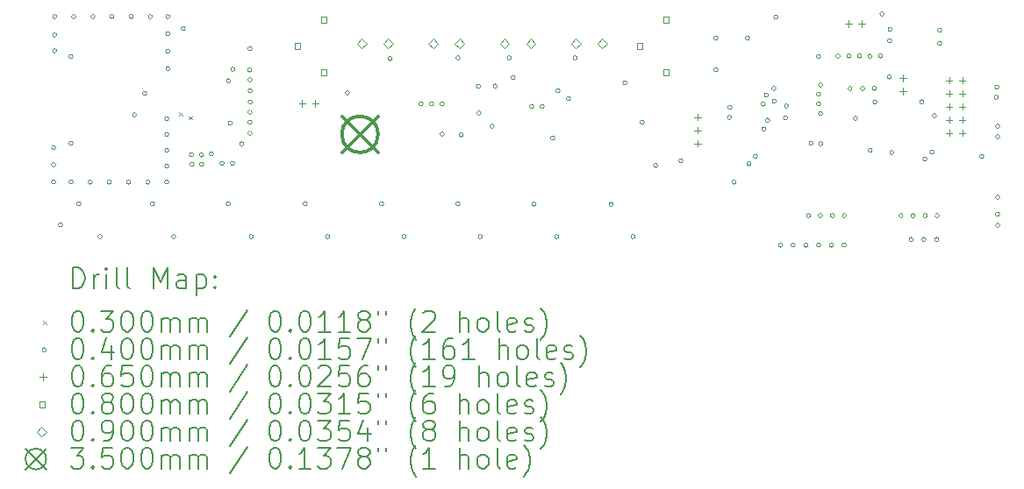
<source format=gbr>
%TF.GenerationSoftware,KiCad,Pcbnew,6.0.9-8da3e8f707~117~ubuntu20.04.1*%
%TF.CreationDate,2023-01-01T11:51:09-08:00*%
%TF.ProjectId,BoardyMcBoardFace,426f6172-6479-44d6-9342-6f6172644661,rev?*%
%TF.SameCoordinates,Original*%
%TF.FileFunction,Drillmap*%
%TF.FilePolarity,Positive*%
%FSLAX45Y45*%
G04 Gerber Fmt 4.5, Leading zero omitted, Abs format (unit mm)*
G04 Created by KiCad (PCBNEW 6.0.9-8da3e8f707~117~ubuntu20.04.1) date 2023-01-01 11:51:09*
%MOMM*%
%LPD*%
G01*
G04 APERTURE LIST*
%ADD10C,0.200000*%
%ADD11C,0.030000*%
%ADD12C,0.040000*%
%ADD13C,0.065000*%
%ADD14C,0.080000*%
%ADD15C,0.090000*%
%ADD16C,0.350000*%
G04 APERTURE END LIST*
D10*
D11*
X12119210Y-10875014D02*
X12149210Y-10905014D01*
X12149210Y-10875014D02*
X12119210Y-10905014D01*
X12211050Y-10915650D02*
X12241050Y-10945650D01*
X12241050Y-10915650D02*
X12211050Y-10945650D01*
D12*
X10926760Y-11216267D02*
G75*
G03*
X10926760Y-11216267I-20000J0D01*
G01*
X10926760Y-11383534D02*
G75*
G03*
X10926760Y-11383534I-20000J0D01*
G01*
X10926760Y-11550802D02*
G75*
G03*
X10926760Y-11550802I-20000J0D01*
G01*
X10936920Y-9951720D02*
G75*
G03*
X10936920Y-9951720I-20000J0D01*
G01*
X10936920Y-10129520D02*
G75*
G03*
X10936920Y-10129520I-20000J0D01*
G01*
X10936920Y-10281920D02*
G75*
G03*
X10936920Y-10281920I-20000J0D01*
G01*
X10992800Y-11963400D02*
G75*
G03*
X10992800Y-11963400I-20000J0D01*
G01*
X11094400Y-10337800D02*
G75*
G03*
X11094400Y-10337800I-20000J0D01*
G01*
X11094400Y-11176000D02*
G75*
G03*
X11094400Y-11176000I-20000J0D01*
G01*
X11096094Y-11550802D02*
G75*
G03*
X11096094Y-11550802I-20000J0D01*
G01*
X11121493Y-9951720D02*
G75*
G03*
X11121493Y-9951720I-20000J0D01*
G01*
X11170600Y-11760200D02*
G75*
G03*
X11170600Y-11760200I-20000J0D01*
G01*
X11280667Y-11550802D02*
G75*
G03*
X11280667Y-11550802I-20000J0D01*
G01*
X11306067Y-9951720D02*
G75*
G03*
X11306067Y-9951720I-20000J0D01*
G01*
X11373800Y-12077700D02*
G75*
G03*
X11373800Y-12077700I-20000J0D01*
G01*
X11465240Y-11550802D02*
G75*
G03*
X11465240Y-11550802I-20000J0D01*
G01*
X11490640Y-9951720D02*
G75*
G03*
X11490640Y-9951720I-20000J0D01*
G01*
X11649813Y-11550802D02*
G75*
G03*
X11649813Y-11550802I-20000J0D01*
G01*
X11675213Y-9951720D02*
G75*
G03*
X11675213Y-9951720I-20000J0D01*
G01*
X11707510Y-10900710D02*
G75*
G03*
X11707510Y-10900710I-20000J0D01*
G01*
X11805600Y-10693400D02*
G75*
G03*
X11805600Y-10693400I-20000J0D01*
G01*
X11834387Y-11550802D02*
G75*
G03*
X11834387Y-11550802I-20000J0D01*
G01*
X11859786Y-9951720D02*
G75*
G03*
X11859786Y-9951720I-20000J0D01*
G01*
X11881800Y-11760200D02*
G75*
G03*
X11881800Y-11760200I-20000J0D01*
G01*
X12018960Y-10937240D02*
G75*
G03*
X12018960Y-10937240I-20000J0D01*
G01*
X12018960Y-11090630D02*
G75*
G03*
X12018960Y-11090630I-20000J0D01*
G01*
X12018960Y-11244021D02*
G75*
G03*
X12018960Y-11244021I-20000J0D01*
G01*
X12018960Y-11397411D02*
G75*
G03*
X12018960Y-11397411I-20000J0D01*
G01*
X12018960Y-11550802D02*
G75*
G03*
X12018960Y-11550802I-20000J0D01*
G01*
X12029120Y-9951720D02*
G75*
G03*
X12029120Y-9951720I-20000J0D01*
G01*
X12029120Y-10118987D02*
G75*
G03*
X12029120Y-10118987I-20000J0D01*
G01*
X12029120Y-10286254D02*
G75*
G03*
X12029120Y-10286254I-20000J0D01*
G01*
X12029120Y-10453522D02*
G75*
G03*
X12029120Y-10453522I-20000J0D01*
G01*
X12085000Y-12077700D02*
G75*
G03*
X12085000Y-12077700I-20000J0D01*
G01*
X12178180Y-10066820D02*
G75*
G03*
X12178180Y-10066820I-20000J0D01*
G01*
X12257661Y-11286692D02*
G75*
G03*
X12257661Y-11286692I-20000J0D01*
G01*
X12262800Y-11379200D02*
G75*
G03*
X12262800Y-11379200I-20000J0D01*
G01*
X12354240Y-11287760D02*
G75*
G03*
X12354240Y-11287760I-20000J0D01*
G01*
X12354240Y-11379200D02*
G75*
G03*
X12354240Y-11379200I-20000J0D01*
G01*
X12449700Y-11278660D02*
G75*
G03*
X12449700Y-11278660I-20000J0D01*
G01*
X12551560Y-11368240D02*
G75*
G03*
X12551560Y-11368240I-20000J0D01*
G01*
X12613320Y-10571480D02*
G75*
G03*
X12613320Y-10571480I-20000J0D01*
G01*
X12613320Y-11760200D02*
G75*
G03*
X12613320Y-11760200I-20000J0D01*
G01*
X12631100Y-10980420D02*
G75*
G03*
X12631100Y-10980420I-20000J0D01*
G01*
X12653160Y-11368240D02*
G75*
G03*
X12653160Y-11368240I-20000J0D01*
G01*
X12655985Y-10460766D02*
G75*
G03*
X12655985Y-10460766I-20000J0D01*
G01*
X12742410Y-11183170D02*
G75*
G03*
X12742410Y-11183170I-20000J0D01*
G01*
X12818876Y-10468710D02*
G75*
G03*
X12818876Y-10468710I-20000J0D01*
G01*
X12821600Y-10261600D02*
G75*
G03*
X12821600Y-10261600I-20000J0D01*
G01*
X12821600Y-10561320D02*
G75*
G03*
X12821600Y-10561320I-20000J0D01*
G01*
X12821600Y-10876280D02*
G75*
G03*
X12821600Y-10876280I-20000J0D01*
G01*
X12821600Y-10972800D02*
G75*
G03*
X12821600Y-10972800I-20000J0D01*
G01*
X12821600Y-11079480D02*
G75*
G03*
X12821600Y-11079480I-20000J0D01*
G01*
X12823861Y-10669183D02*
G75*
G03*
X12823861Y-10669183I-20000J0D01*
G01*
X12824670Y-10775839D02*
G75*
G03*
X12824670Y-10775839I-20000J0D01*
G01*
X12834300Y-12077700D02*
G75*
G03*
X12834300Y-12077700I-20000J0D01*
G01*
X13355000Y-11760200D02*
G75*
G03*
X13355000Y-11760200I-20000J0D01*
G01*
X13570900Y-12077700D02*
G75*
G03*
X13570900Y-12077700I-20000J0D01*
G01*
X13761400Y-10688320D02*
G75*
G03*
X13761400Y-10688320I-20000J0D01*
G01*
X14091600Y-11760200D02*
G75*
G03*
X14091600Y-11760200I-20000J0D01*
G01*
X14174150Y-10356850D02*
G75*
G03*
X14174150Y-10356850I-20000J0D01*
G01*
X14307500Y-12077700D02*
G75*
G03*
X14307500Y-12077700I-20000J0D01*
G01*
X14472600Y-10795000D02*
G75*
G03*
X14472600Y-10795000I-20000J0D01*
G01*
X14574200Y-10795000D02*
G75*
G03*
X14574200Y-10795000I-20000J0D01*
G01*
X14675800Y-10795000D02*
G75*
G03*
X14675800Y-10795000I-20000J0D01*
G01*
X14675800Y-11087100D02*
G75*
G03*
X14675800Y-11087100I-20000J0D01*
G01*
X14828200Y-10350500D02*
G75*
G03*
X14828200Y-10350500I-20000J0D01*
G01*
X14828200Y-11760200D02*
G75*
G03*
X14828200Y-11760200I-20000J0D01*
G01*
X14858680Y-11094720D02*
G75*
G03*
X14858680Y-11094720I-20000J0D01*
G01*
X15026320Y-10627360D02*
G75*
G03*
X15026320Y-10627360I-20000J0D01*
G01*
X15031400Y-10883900D02*
G75*
G03*
X15031400Y-10883900I-20000J0D01*
G01*
X15044100Y-12077700D02*
G75*
G03*
X15044100Y-12077700I-20000J0D01*
G01*
X15158400Y-11010900D02*
G75*
G03*
X15158400Y-11010900I-20000J0D01*
G01*
X15187863Y-10623297D02*
G75*
G03*
X15187863Y-10623297I-20000J0D01*
G01*
X15323500Y-10350500D02*
G75*
G03*
X15323500Y-10350500I-20000J0D01*
G01*
X15361600Y-10541000D02*
G75*
G03*
X15361600Y-10541000I-20000J0D01*
G01*
X15539400Y-10820400D02*
G75*
G03*
X15539400Y-10820400I-20000J0D01*
G01*
X15562260Y-11762740D02*
G75*
G03*
X15562260Y-11762740I-20000J0D01*
G01*
X15641000Y-10820400D02*
G75*
G03*
X15641000Y-10820400I-20000J0D01*
G01*
X15742600Y-11125200D02*
G75*
G03*
X15742600Y-11125200I-20000J0D01*
G01*
X15780700Y-12077700D02*
G75*
G03*
X15780700Y-12077700I-20000J0D01*
G01*
X15793400Y-10668000D02*
G75*
G03*
X15793400Y-10668000I-20000J0D01*
G01*
X15895000Y-10744200D02*
G75*
G03*
X15895000Y-10744200I-20000J0D01*
G01*
X15958500Y-10350500D02*
G75*
G03*
X15958500Y-10350500I-20000J0D01*
G01*
X16306480Y-11765280D02*
G75*
G03*
X16306480Y-11765280I-20000J0D01*
G01*
X16441100Y-10591800D02*
G75*
G03*
X16441100Y-10591800I-20000J0D01*
G01*
X16517300Y-12077700D02*
G75*
G03*
X16517300Y-12077700I-20000J0D01*
G01*
X16606200Y-10972800D02*
G75*
G03*
X16606200Y-10972800I-20000J0D01*
G01*
X16735740Y-11389970D02*
G75*
G03*
X16735740Y-11389970I-20000J0D01*
G01*
X16979580Y-11343640D02*
G75*
G03*
X16979580Y-11343640I-20000J0D01*
G01*
X17317400Y-10158600D02*
G75*
G03*
X17317400Y-10158600I-20000J0D01*
G01*
X17317400Y-10463400D02*
G75*
G03*
X17317400Y-10463400I-20000J0D01*
G01*
X17447965Y-10925565D02*
G75*
G03*
X17447965Y-10925565I-20000J0D01*
G01*
X17451615Y-10829950D02*
G75*
G03*
X17451615Y-10829950I-20000J0D01*
G01*
X17493727Y-11550932D02*
G75*
G03*
X17493727Y-11550932I-20000J0D01*
G01*
X17622200Y-10158600D02*
G75*
G03*
X17622200Y-10158600I-20000J0D01*
G01*
X17637304Y-11372651D02*
G75*
G03*
X17637304Y-11372651I-20000J0D01*
G01*
X17698400Y-11303000D02*
G75*
G03*
X17698400Y-11303000I-20000J0D01*
G01*
X17774311Y-10797098D02*
G75*
G03*
X17774311Y-10797098I-20000J0D01*
G01*
X17779174Y-11038334D02*
G75*
G03*
X17779174Y-11038334I-20000J0D01*
G01*
X17804048Y-10709350D02*
G75*
G03*
X17804048Y-10709350I-20000J0D01*
G01*
X17816403Y-10953493D02*
G75*
G03*
X17816403Y-10953493I-20000J0D01*
G01*
X17876200Y-10645750D02*
G75*
G03*
X17876200Y-10645750I-20000J0D01*
G01*
X17881280Y-10769600D02*
G75*
G03*
X17881280Y-10769600I-20000J0D01*
G01*
X17896520Y-9956800D02*
G75*
G03*
X17896520Y-9956800I-20000J0D01*
G01*
X17939700Y-12160260D02*
G75*
G03*
X17939700Y-12160260I-20000J0D01*
G01*
X17989350Y-10932160D02*
G75*
G03*
X17989350Y-10932160I-20000J0D01*
G01*
X17998120Y-10815320D02*
G75*
G03*
X17998120Y-10815320I-20000J0D01*
G01*
X18062636Y-12160260D02*
G75*
G03*
X18062636Y-12160260I-20000J0D01*
G01*
X18185572Y-12160260D02*
G75*
G03*
X18185572Y-12160260I-20000J0D01*
G01*
X18211480Y-11874500D02*
G75*
G03*
X18211480Y-11874500I-20000J0D01*
G01*
X18236364Y-11174670D02*
G75*
G03*
X18236364Y-11174670I-20000J0D01*
G01*
X18306759Y-10702358D02*
G75*
G03*
X18306759Y-10702358I-20000J0D01*
G01*
X18308000Y-10337800D02*
G75*
G03*
X18308000Y-10337800I-20000J0D01*
G01*
X18308197Y-10794997D02*
G75*
G03*
X18308197Y-10794997I-20000J0D01*
G01*
X18308508Y-12160260D02*
G75*
G03*
X18308508Y-12160260I-20000J0D01*
G01*
X18326627Y-11874500D02*
G75*
G03*
X18326627Y-11874500I-20000J0D01*
G01*
X18327050Y-10890250D02*
G75*
G03*
X18327050Y-10890250I-20000J0D01*
G01*
X18327808Y-10612131D02*
G75*
G03*
X18327808Y-10612131I-20000J0D01*
G01*
X18328826Y-11180574D02*
G75*
G03*
X18328826Y-11180574I-20000J0D01*
G01*
X18431444Y-12160260D02*
G75*
G03*
X18431444Y-12160260I-20000J0D01*
G01*
X18441773Y-11874500D02*
G75*
G03*
X18441773Y-11874500I-20000J0D01*
G01*
X18495960Y-10332720D02*
G75*
G03*
X18495960Y-10332720I-20000J0D01*
G01*
X18554380Y-12160260D02*
G75*
G03*
X18554380Y-12160260I-20000J0D01*
G01*
X18556920Y-11874500D02*
G75*
G03*
X18556920Y-11874500I-20000J0D01*
G01*
X18602640Y-10332720D02*
G75*
G03*
X18602640Y-10332720I-20000J0D01*
G01*
X18612036Y-10646916D02*
G75*
G03*
X18612036Y-10646916I-20000J0D01*
G01*
X18663600Y-10934700D02*
G75*
G03*
X18663600Y-10934700I-20000J0D01*
G01*
X18704240Y-10332720D02*
G75*
G03*
X18704240Y-10332720I-20000J0D01*
G01*
X18732180Y-10647680D02*
G75*
G03*
X18732180Y-10647680I-20000J0D01*
G01*
X18803300Y-10335260D02*
G75*
G03*
X18803300Y-10335260I-20000J0D01*
G01*
X18805840Y-11242650D02*
G75*
G03*
X18805840Y-11242650I-20000J0D01*
G01*
X18846480Y-10645140D02*
G75*
G03*
X18846480Y-10645140I-20000J0D01*
G01*
X18851560Y-10777220D02*
G75*
G03*
X18851560Y-10777220I-20000J0D01*
G01*
X18907440Y-10332720D02*
G75*
G03*
X18907440Y-10332720I-20000J0D01*
G01*
X18920140Y-9926320D02*
G75*
G03*
X18920140Y-9926320I-20000J0D01*
G01*
X18991260Y-10534990D02*
G75*
G03*
X18991260Y-10534990I-20000J0D01*
G01*
X18993800Y-10185400D02*
G75*
G03*
X18993800Y-10185400I-20000J0D01*
G01*
X18998275Y-10075575D02*
G75*
G03*
X18998275Y-10075575I-20000J0D01*
G01*
X19014120Y-11264900D02*
G75*
G03*
X19014120Y-11264900I-20000J0D01*
G01*
X19103020Y-11874500D02*
G75*
G03*
X19103020Y-11874500I-20000J0D01*
G01*
X19201200Y-12104760D02*
G75*
G03*
X19201200Y-12104760I-20000J0D01*
G01*
X19219860Y-11874760D02*
G75*
G03*
X19219860Y-11874760I-20000J0D01*
G01*
X19304728Y-10775728D02*
G75*
G03*
X19304728Y-10775728I-20000J0D01*
G01*
X19324390Y-12104760D02*
G75*
G03*
X19324390Y-12104760I-20000J0D01*
G01*
X19334160Y-11327710D02*
G75*
G03*
X19334160Y-11327710I-20000J0D01*
G01*
X19336700Y-11874500D02*
G75*
G03*
X19336700Y-11874500I-20000J0D01*
G01*
X19402740Y-11262360D02*
G75*
G03*
X19402740Y-11262360I-20000J0D01*
G01*
X19425600Y-10909300D02*
G75*
G03*
X19425600Y-10909300I-20000J0D01*
G01*
X19447580Y-12104760D02*
G75*
G03*
X19447580Y-12104760I-20000J0D01*
G01*
X19453540Y-11874500D02*
G75*
G03*
X19453540Y-11874500I-20000J0D01*
G01*
X19476400Y-10083800D02*
G75*
G03*
X19476400Y-10083800I-20000J0D01*
G01*
X19476400Y-10210800D02*
G75*
G03*
X19476400Y-10210800I-20000J0D01*
G01*
X19882800Y-11303000D02*
G75*
G03*
X19882800Y-11303000I-20000J0D01*
G01*
X20022500Y-10731500D02*
G75*
G03*
X20022500Y-10731500I-20000J0D01*
G01*
X20028374Y-10632976D02*
G75*
G03*
X20028374Y-10632976I-20000J0D01*
G01*
X20035200Y-11010900D02*
G75*
G03*
X20035200Y-11010900I-20000J0D01*
G01*
X20035200Y-11112500D02*
G75*
G03*
X20035200Y-11112500I-20000J0D01*
G01*
X20035200Y-11696700D02*
G75*
G03*
X20035200Y-11696700I-20000J0D01*
G01*
X20035200Y-11861800D02*
G75*
G03*
X20035200Y-11861800I-20000J0D01*
G01*
X20037740Y-11968480D02*
G75*
G03*
X20037740Y-11968480I-20000J0D01*
G01*
D13*
X13305560Y-10759960D02*
X13305560Y-10824960D01*
X13273060Y-10792460D02*
X13338060Y-10792460D01*
X13432560Y-10759960D02*
X13432560Y-10824960D01*
X13400060Y-10792460D02*
X13465060Y-10792460D01*
X17119600Y-10889500D02*
X17119600Y-10954500D01*
X17087100Y-10922000D02*
X17152100Y-10922000D01*
X17119600Y-11016500D02*
X17119600Y-11081500D01*
X17087100Y-11049000D02*
X17152100Y-11049000D01*
X17119600Y-11143500D02*
X17119600Y-11208500D01*
X17087100Y-11176000D02*
X17152100Y-11176000D01*
X18578600Y-9985260D02*
X18578600Y-10050260D01*
X18546100Y-10017760D02*
X18611100Y-10017760D01*
X18705600Y-9985260D02*
X18705600Y-10050260D01*
X18673100Y-10017760D02*
X18738100Y-10017760D01*
X19100800Y-10511040D02*
X19100800Y-10576040D01*
X19068300Y-10543540D02*
X19133300Y-10543540D01*
X19100800Y-10638040D02*
X19100800Y-10703040D01*
X19068300Y-10670540D02*
X19133300Y-10670540D01*
X19547840Y-10533900D02*
X19547840Y-10598900D01*
X19515340Y-10566400D02*
X19580340Y-10566400D01*
X19547840Y-10660900D02*
X19547840Y-10725900D01*
X19515340Y-10693400D02*
X19580340Y-10693400D01*
X19547840Y-10787900D02*
X19547840Y-10852900D01*
X19515340Y-10820400D02*
X19580340Y-10820400D01*
X19547840Y-10914900D02*
X19547840Y-10979900D01*
X19515340Y-10947400D02*
X19580340Y-10947400D01*
X19547840Y-11041900D02*
X19547840Y-11106900D01*
X19515340Y-11074400D02*
X19580340Y-11074400D01*
X19674840Y-10533900D02*
X19674840Y-10598900D01*
X19642340Y-10566400D02*
X19707340Y-10566400D01*
X19674840Y-10660900D02*
X19674840Y-10725900D01*
X19642340Y-10693400D02*
X19707340Y-10693400D01*
X19674840Y-10787900D02*
X19674840Y-10852900D01*
X19642340Y-10820400D02*
X19707340Y-10820400D01*
X19674840Y-10914900D02*
X19674840Y-10979900D01*
X19642340Y-10947400D02*
X19707340Y-10947400D01*
X19674840Y-11041900D02*
X19674840Y-11106900D01*
X19642340Y-11074400D02*
X19707340Y-11074400D01*
D14*
X13287084Y-10264485D02*
X13287084Y-10207916D01*
X13230515Y-10207916D01*
X13230515Y-10264485D01*
X13287084Y-10264485D01*
X13541084Y-10010485D02*
X13541084Y-9953916D01*
X13484515Y-9953916D01*
X13484515Y-10010485D01*
X13541084Y-10010485D01*
X13541084Y-10518485D02*
X13541084Y-10461916D01*
X13484515Y-10461916D01*
X13484515Y-10518485D01*
X13541084Y-10518485D01*
X16589084Y-10264285D02*
X16589084Y-10207716D01*
X16532515Y-10207716D01*
X16532515Y-10264285D01*
X16589084Y-10264285D01*
X16843085Y-10010285D02*
X16843085Y-9953716D01*
X16786516Y-9953716D01*
X16786516Y-10010285D01*
X16843085Y-10010285D01*
X16843085Y-10518285D02*
X16843085Y-10461716D01*
X16786516Y-10461716D01*
X16786516Y-10518285D01*
X16843085Y-10518285D01*
D15*
X13882200Y-10255800D02*
X13927200Y-10210800D01*
X13882200Y-10165800D01*
X13837200Y-10210800D01*
X13882200Y-10255800D01*
X14136200Y-10255800D02*
X14181200Y-10210800D01*
X14136200Y-10165800D01*
X14091200Y-10210800D01*
X14136200Y-10255800D01*
X14570600Y-10255800D02*
X14615600Y-10210800D01*
X14570600Y-10165800D01*
X14525600Y-10210800D01*
X14570600Y-10255800D01*
X14824600Y-10255800D02*
X14869600Y-10210800D01*
X14824600Y-10165800D01*
X14779600Y-10210800D01*
X14824600Y-10255800D01*
X15258000Y-10255800D02*
X15303000Y-10210800D01*
X15258000Y-10165800D01*
X15213000Y-10210800D01*
X15258000Y-10255800D01*
X15512000Y-10255800D02*
X15557000Y-10210800D01*
X15512000Y-10165800D01*
X15467000Y-10210800D01*
X15512000Y-10255800D01*
X15946400Y-10255800D02*
X15991400Y-10210800D01*
X15946400Y-10165800D01*
X15901400Y-10210800D01*
X15946400Y-10255800D01*
X16200400Y-10255800D02*
X16245400Y-10210800D01*
X16200400Y-10165800D01*
X16155400Y-10210800D01*
X16200400Y-10255800D01*
D16*
X13687780Y-10914240D02*
X14037780Y-11264240D01*
X14037780Y-10914240D02*
X13687780Y-11264240D01*
X14037780Y-11089240D02*
G75*
G03*
X14037780Y-11089240I-175000J0D01*
G01*
D10*
X11092899Y-12577216D02*
X11092899Y-12377216D01*
X11140518Y-12377216D01*
X11169090Y-12386740D01*
X11188137Y-12405788D01*
X11197661Y-12424835D01*
X11207185Y-12462930D01*
X11207185Y-12491502D01*
X11197661Y-12529597D01*
X11188137Y-12548645D01*
X11169090Y-12567692D01*
X11140518Y-12577216D01*
X11092899Y-12577216D01*
X11292899Y-12577216D02*
X11292899Y-12443883D01*
X11292899Y-12481978D02*
X11302423Y-12462930D01*
X11311947Y-12453407D01*
X11330994Y-12443883D01*
X11350042Y-12443883D01*
X11416708Y-12577216D02*
X11416708Y-12443883D01*
X11416708Y-12377216D02*
X11407185Y-12386740D01*
X11416708Y-12396264D01*
X11426232Y-12386740D01*
X11416708Y-12377216D01*
X11416708Y-12396264D01*
X11540518Y-12577216D02*
X11521470Y-12567692D01*
X11511947Y-12548645D01*
X11511947Y-12377216D01*
X11645280Y-12577216D02*
X11626232Y-12567692D01*
X11616708Y-12548645D01*
X11616708Y-12377216D01*
X11873851Y-12577216D02*
X11873851Y-12377216D01*
X11940518Y-12520073D01*
X12007185Y-12377216D01*
X12007185Y-12577216D01*
X12188137Y-12577216D02*
X12188137Y-12472454D01*
X12178613Y-12453407D01*
X12159566Y-12443883D01*
X12121470Y-12443883D01*
X12102423Y-12453407D01*
X12188137Y-12567692D02*
X12169089Y-12577216D01*
X12121470Y-12577216D01*
X12102423Y-12567692D01*
X12092899Y-12548645D01*
X12092899Y-12529597D01*
X12102423Y-12510549D01*
X12121470Y-12501026D01*
X12169089Y-12501026D01*
X12188137Y-12491502D01*
X12283375Y-12443883D02*
X12283375Y-12643883D01*
X12283375Y-12453407D02*
X12302423Y-12443883D01*
X12340518Y-12443883D01*
X12359566Y-12453407D01*
X12369089Y-12462930D01*
X12378613Y-12481978D01*
X12378613Y-12539121D01*
X12369089Y-12558168D01*
X12359566Y-12567692D01*
X12340518Y-12577216D01*
X12302423Y-12577216D01*
X12283375Y-12567692D01*
X12464328Y-12558168D02*
X12473851Y-12567692D01*
X12464328Y-12577216D01*
X12454804Y-12567692D01*
X12464328Y-12558168D01*
X12464328Y-12577216D01*
X12464328Y-12453407D02*
X12473851Y-12462930D01*
X12464328Y-12472454D01*
X12454804Y-12462930D01*
X12464328Y-12453407D01*
X12464328Y-12472454D01*
D11*
X10805280Y-12891740D02*
X10835280Y-12921740D01*
X10835280Y-12891740D02*
X10805280Y-12921740D01*
D10*
X11130994Y-12797216D02*
X11150042Y-12797216D01*
X11169090Y-12806740D01*
X11178613Y-12816264D01*
X11188137Y-12835311D01*
X11197661Y-12873407D01*
X11197661Y-12921026D01*
X11188137Y-12959121D01*
X11178613Y-12978168D01*
X11169090Y-12987692D01*
X11150042Y-12997216D01*
X11130994Y-12997216D01*
X11111947Y-12987692D01*
X11102423Y-12978168D01*
X11092899Y-12959121D01*
X11083375Y-12921026D01*
X11083375Y-12873407D01*
X11092899Y-12835311D01*
X11102423Y-12816264D01*
X11111947Y-12806740D01*
X11130994Y-12797216D01*
X11283375Y-12978168D02*
X11292899Y-12987692D01*
X11283375Y-12997216D01*
X11273851Y-12987692D01*
X11283375Y-12978168D01*
X11283375Y-12997216D01*
X11359566Y-12797216D02*
X11483375Y-12797216D01*
X11416708Y-12873407D01*
X11445280Y-12873407D01*
X11464328Y-12882930D01*
X11473851Y-12892454D01*
X11483375Y-12911502D01*
X11483375Y-12959121D01*
X11473851Y-12978168D01*
X11464328Y-12987692D01*
X11445280Y-12997216D01*
X11388137Y-12997216D01*
X11369089Y-12987692D01*
X11359566Y-12978168D01*
X11607185Y-12797216D02*
X11626232Y-12797216D01*
X11645280Y-12806740D01*
X11654804Y-12816264D01*
X11664328Y-12835311D01*
X11673851Y-12873407D01*
X11673851Y-12921026D01*
X11664328Y-12959121D01*
X11654804Y-12978168D01*
X11645280Y-12987692D01*
X11626232Y-12997216D01*
X11607185Y-12997216D01*
X11588137Y-12987692D01*
X11578613Y-12978168D01*
X11569089Y-12959121D01*
X11559566Y-12921026D01*
X11559566Y-12873407D01*
X11569089Y-12835311D01*
X11578613Y-12816264D01*
X11588137Y-12806740D01*
X11607185Y-12797216D01*
X11797661Y-12797216D02*
X11816708Y-12797216D01*
X11835756Y-12806740D01*
X11845280Y-12816264D01*
X11854804Y-12835311D01*
X11864328Y-12873407D01*
X11864328Y-12921026D01*
X11854804Y-12959121D01*
X11845280Y-12978168D01*
X11835756Y-12987692D01*
X11816708Y-12997216D01*
X11797661Y-12997216D01*
X11778613Y-12987692D01*
X11769089Y-12978168D01*
X11759566Y-12959121D01*
X11750042Y-12921026D01*
X11750042Y-12873407D01*
X11759566Y-12835311D01*
X11769089Y-12816264D01*
X11778613Y-12806740D01*
X11797661Y-12797216D01*
X11950042Y-12997216D02*
X11950042Y-12863883D01*
X11950042Y-12882930D02*
X11959566Y-12873407D01*
X11978613Y-12863883D01*
X12007185Y-12863883D01*
X12026232Y-12873407D01*
X12035756Y-12892454D01*
X12035756Y-12997216D01*
X12035756Y-12892454D02*
X12045280Y-12873407D01*
X12064328Y-12863883D01*
X12092899Y-12863883D01*
X12111947Y-12873407D01*
X12121470Y-12892454D01*
X12121470Y-12997216D01*
X12216708Y-12997216D02*
X12216708Y-12863883D01*
X12216708Y-12882930D02*
X12226232Y-12873407D01*
X12245280Y-12863883D01*
X12273851Y-12863883D01*
X12292899Y-12873407D01*
X12302423Y-12892454D01*
X12302423Y-12997216D01*
X12302423Y-12892454D02*
X12311947Y-12873407D01*
X12330994Y-12863883D01*
X12359566Y-12863883D01*
X12378613Y-12873407D01*
X12388137Y-12892454D01*
X12388137Y-12997216D01*
X12778613Y-12787692D02*
X12607185Y-13044835D01*
X13035756Y-12797216D02*
X13054804Y-12797216D01*
X13073851Y-12806740D01*
X13083375Y-12816264D01*
X13092899Y-12835311D01*
X13102423Y-12873407D01*
X13102423Y-12921026D01*
X13092899Y-12959121D01*
X13083375Y-12978168D01*
X13073851Y-12987692D01*
X13054804Y-12997216D01*
X13035756Y-12997216D01*
X13016708Y-12987692D01*
X13007185Y-12978168D01*
X12997661Y-12959121D01*
X12988137Y-12921026D01*
X12988137Y-12873407D01*
X12997661Y-12835311D01*
X13007185Y-12816264D01*
X13016708Y-12806740D01*
X13035756Y-12797216D01*
X13188137Y-12978168D02*
X13197661Y-12987692D01*
X13188137Y-12997216D01*
X13178613Y-12987692D01*
X13188137Y-12978168D01*
X13188137Y-12997216D01*
X13321470Y-12797216D02*
X13340518Y-12797216D01*
X13359566Y-12806740D01*
X13369089Y-12816264D01*
X13378613Y-12835311D01*
X13388137Y-12873407D01*
X13388137Y-12921026D01*
X13378613Y-12959121D01*
X13369089Y-12978168D01*
X13359566Y-12987692D01*
X13340518Y-12997216D01*
X13321470Y-12997216D01*
X13302423Y-12987692D01*
X13292899Y-12978168D01*
X13283375Y-12959121D01*
X13273851Y-12921026D01*
X13273851Y-12873407D01*
X13283375Y-12835311D01*
X13292899Y-12816264D01*
X13302423Y-12806740D01*
X13321470Y-12797216D01*
X13578613Y-12997216D02*
X13464328Y-12997216D01*
X13521470Y-12997216D02*
X13521470Y-12797216D01*
X13502423Y-12825788D01*
X13483375Y-12844835D01*
X13464328Y-12854359D01*
X13769089Y-12997216D02*
X13654804Y-12997216D01*
X13711947Y-12997216D02*
X13711947Y-12797216D01*
X13692899Y-12825788D01*
X13673851Y-12844835D01*
X13654804Y-12854359D01*
X13883375Y-12882930D02*
X13864328Y-12873407D01*
X13854804Y-12863883D01*
X13845280Y-12844835D01*
X13845280Y-12835311D01*
X13854804Y-12816264D01*
X13864328Y-12806740D01*
X13883375Y-12797216D01*
X13921470Y-12797216D01*
X13940518Y-12806740D01*
X13950042Y-12816264D01*
X13959566Y-12835311D01*
X13959566Y-12844835D01*
X13950042Y-12863883D01*
X13940518Y-12873407D01*
X13921470Y-12882930D01*
X13883375Y-12882930D01*
X13864328Y-12892454D01*
X13854804Y-12901978D01*
X13845280Y-12921026D01*
X13845280Y-12959121D01*
X13854804Y-12978168D01*
X13864328Y-12987692D01*
X13883375Y-12997216D01*
X13921470Y-12997216D01*
X13940518Y-12987692D01*
X13950042Y-12978168D01*
X13959566Y-12959121D01*
X13959566Y-12921026D01*
X13950042Y-12901978D01*
X13940518Y-12892454D01*
X13921470Y-12882930D01*
X14035756Y-12797216D02*
X14035756Y-12835311D01*
X14111947Y-12797216D02*
X14111947Y-12835311D01*
X14407185Y-13073407D02*
X14397661Y-13063883D01*
X14378613Y-13035311D01*
X14369089Y-13016264D01*
X14359566Y-12987692D01*
X14350042Y-12940073D01*
X14350042Y-12901978D01*
X14359566Y-12854359D01*
X14369089Y-12825788D01*
X14378613Y-12806740D01*
X14397661Y-12778168D01*
X14407185Y-12768645D01*
X14473851Y-12816264D02*
X14483375Y-12806740D01*
X14502423Y-12797216D01*
X14550042Y-12797216D01*
X14569089Y-12806740D01*
X14578613Y-12816264D01*
X14588137Y-12835311D01*
X14588137Y-12854359D01*
X14578613Y-12882930D01*
X14464328Y-12997216D01*
X14588137Y-12997216D01*
X14826232Y-12997216D02*
X14826232Y-12797216D01*
X14911947Y-12997216D02*
X14911947Y-12892454D01*
X14902423Y-12873407D01*
X14883375Y-12863883D01*
X14854804Y-12863883D01*
X14835756Y-12873407D01*
X14826232Y-12882930D01*
X15035756Y-12997216D02*
X15016708Y-12987692D01*
X15007185Y-12978168D01*
X14997661Y-12959121D01*
X14997661Y-12901978D01*
X15007185Y-12882930D01*
X15016708Y-12873407D01*
X15035756Y-12863883D01*
X15064328Y-12863883D01*
X15083375Y-12873407D01*
X15092899Y-12882930D01*
X15102423Y-12901978D01*
X15102423Y-12959121D01*
X15092899Y-12978168D01*
X15083375Y-12987692D01*
X15064328Y-12997216D01*
X15035756Y-12997216D01*
X15216708Y-12997216D02*
X15197661Y-12987692D01*
X15188137Y-12968645D01*
X15188137Y-12797216D01*
X15369089Y-12987692D02*
X15350042Y-12997216D01*
X15311947Y-12997216D01*
X15292899Y-12987692D01*
X15283375Y-12968645D01*
X15283375Y-12892454D01*
X15292899Y-12873407D01*
X15311947Y-12863883D01*
X15350042Y-12863883D01*
X15369089Y-12873407D01*
X15378613Y-12892454D01*
X15378613Y-12911502D01*
X15283375Y-12930549D01*
X15454804Y-12987692D02*
X15473851Y-12997216D01*
X15511947Y-12997216D01*
X15530994Y-12987692D01*
X15540518Y-12968645D01*
X15540518Y-12959121D01*
X15530994Y-12940073D01*
X15511947Y-12930549D01*
X15483375Y-12930549D01*
X15464328Y-12921026D01*
X15454804Y-12901978D01*
X15454804Y-12892454D01*
X15464328Y-12873407D01*
X15483375Y-12863883D01*
X15511947Y-12863883D01*
X15530994Y-12873407D01*
X15607185Y-13073407D02*
X15616708Y-13063883D01*
X15635756Y-13035311D01*
X15645280Y-13016264D01*
X15654804Y-12987692D01*
X15664328Y-12940073D01*
X15664328Y-12901978D01*
X15654804Y-12854359D01*
X15645280Y-12825788D01*
X15635756Y-12806740D01*
X15616708Y-12778168D01*
X15607185Y-12768645D01*
D12*
X10835280Y-13170740D02*
G75*
G03*
X10835280Y-13170740I-20000J0D01*
G01*
D10*
X11130994Y-13061216D02*
X11150042Y-13061216D01*
X11169090Y-13070740D01*
X11178613Y-13080264D01*
X11188137Y-13099311D01*
X11197661Y-13137407D01*
X11197661Y-13185026D01*
X11188137Y-13223121D01*
X11178613Y-13242168D01*
X11169090Y-13251692D01*
X11150042Y-13261216D01*
X11130994Y-13261216D01*
X11111947Y-13251692D01*
X11102423Y-13242168D01*
X11092899Y-13223121D01*
X11083375Y-13185026D01*
X11083375Y-13137407D01*
X11092899Y-13099311D01*
X11102423Y-13080264D01*
X11111947Y-13070740D01*
X11130994Y-13061216D01*
X11283375Y-13242168D02*
X11292899Y-13251692D01*
X11283375Y-13261216D01*
X11273851Y-13251692D01*
X11283375Y-13242168D01*
X11283375Y-13261216D01*
X11464328Y-13127883D02*
X11464328Y-13261216D01*
X11416708Y-13051692D02*
X11369089Y-13194549D01*
X11492899Y-13194549D01*
X11607185Y-13061216D02*
X11626232Y-13061216D01*
X11645280Y-13070740D01*
X11654804Y-13080264D01*
X11664328Y-13099311D01*
X11673851Y-13137407D01*
X11673851Y-13185026D01*
X11664328Y-13223121D01*
X11654804Y-13242168D01*
X11645280Y-13251692D01*
X11626232Y-13261216D01*
X11607185Y-13261216D01*
X11588137Y-13251692D01*
X11578613Y-13242168D01*
X11569089Y-13223121D01*
X11559566Y-13185026D01*
X11559566Y-13137407D01*
X11569089Y-13099311D01*
X11578613Y-13080264D01*
X11588137Y-13070740D01*
X11607185Y-13061216D01*
X11797661Y-13061216D02*
X11816708Y-13061216D01*
X11835756Y-13070740D01*
X11845280Y-13080264D01*
X11854804Y-13099311D01*
X11864328Y-13137407D01*
X11864328Y-13185026D01*
X11854804Y-13223121D01*
X11845280Y-13242168D01*
X11835756Y-13251692D01*
X11816708Y-13261216D01*
X11797661Y-13261216D01*
X11778613Y-13251692D01*
X11769089Y-13242168D01*
X11759566Y-13223121D01*
X11750042Y-13185026D01*
X11750042Y-13137407D01*
X11759566Y-13099311D01*
X11769089Y-13080264D01*
X11778613Y-13070740D01*
X11797661Y-13061216D01*
X11950042Y-13261216D02*
X11950042Y-13127883D01*
X11950042Y-13146930D02*
X11959566Y-13137407D01*
X11978613Y-13127883D01*
X12007185Y-13127883D01*
X12026232Y-13137407D01*
X12035756Y-13156454D01*
X12035756Y-13261216D01*
X12035756Y-13156454D02*
X12045280Y-13137407D01*
X12064328Y-13127883D01*
X12092899Y-13127883D01*
X12111947Y-13137407D01*
X12121470Y-13156454D01*
X12121470Y-13261216D01*
X12216708Y-13261216D02*
X12216708Y-13127883D01*
X12216708Y-13146930D02*
X12226232Y-13137407D01*
X12245280Y-13127883D01*
X12273851Y-13127883D01*
X12292899Y-13137407D01*
X12302423Y-13156454D01*
X12302423Y-13261216D01*
X12302423Y-13156454D02*
X12311947Y-13137407D01*
X12330994Y-13127883D01*
X12359566Y-13127883D01*
X12378613Y-13137407D01*
X12388137Y-13156454D01*
X12388137Y-13261216D01*
X12778613Y-13051692D02*
X12607185Y-13308835D01*
X13035756Y-13061216D02*
X13054804Y-13061216D01*
X13073851Y-13070740D01*
X13083375Y-13080264D01*
X13092899Y-13099311D01*
X13102423Y-13137407D01*
X13102423Y-13185026D01*
X13092899Y-13223121D01*
X13083375Y-13242168D01*
X13073851Y-13251692D01*
X13054804Y-13261216D01*
X13035756Y-13261216D01*
X13016708Y-13251692D01*
X13007185Y-13242168D01*
X12997661Y-13223121D01*
X12988137Y-13185026D01*
X12988137Y-13137407D01*
X12997661Y-13099311D01*
X13007185Y-13080264D01*
X13016708Y-13070740D01*
X13035756Y-13061216D01*
X13188137Y-13242168D02*
X13197661Y-13251692D01*
X13188137Y-13261216D01*
X13178613Y-13251692D01*
X13188137Y-13242168D01*
X13188137Y-13261216D01*
X13321470Y-13061216D02*
X13340518Y-13061216D01*
X13359566Y-13070740D01*
X13369089Y-13080264D01*
X13378613Y-13099311D01*
X13388137Y-13137407D01*
X13388137Y-13185026D01*
X13378613Y-13223121D01*
X13369089Y-13242168D01*
X13359566Y-13251692D01*
X13340518Y-13261216D01*
X13321470Y-13261216D01*
X13302423Y-13251692D01*
X13292899Y-13242168D01*
X13283375Y-13223121D01*
X13273851Y-13185026D01*
X13273851Y-13137407D01*
X13283375Y-13099311D01*
X13292899Y-13080264D01*
X13302423Y-13070740D01*
X13321470Y-13061216D01*
X13578613Y-13261216D02*
X13464328Y-13261216D01*
X13521470Y-13261216D02*
X13521470Y-13061216D01*
X13502423Y-13089788D01*
X13483375Y-13108835D01*
X13464328Y-13118359D01*
X13759566Y-13061216D02*
X13664328Y-13061216D01*
X13654804Y-13156454D01*
X13664328Y-13146930D01*
X13683375Y-13137407D01*
X13730994Y-13137407D01*
X13750042Y-13146930D01*
X13759566Y-13156454D01*
X13769089Y-13175502D01*
X13769089Y-13223121D01*
X13759566Y-13242168D01*
X13750042Y-13251692D01*
X13730994Y-13261216D01*
X13683375Y-13261216D01*
X13664328Y-13251692D01*
X13654804Y-13242168D01*
X13835756Y-13061216D02*
X13969089Y-13061216D01*
X13883375Y-13261216D01*
X14035756Y-13061216D02*
X14035756Y-13099311D01*
X14111947Y-13061216D02*
X14111947Y-13099311D01*
X14407185Y-13337407D02*
X14397661Y-13327883D01*
X14378613Y-13299311D01*
X14369089Y-13280264D01*
X14359566Y-13251692D01*
X14350042Y-13204073D01*
X14350042Y-13165978D01*
X14359566Y-13118359D01*
X14369089Y-13089788D01*
X14378613Y-13070740D01*
X14397661Y-13042168D01*
X14407185Y-13032645D01*
X14588137Y-13261216D02*
X14473851Y-13261216D01*
X14530994Y-13261216D02*
X14530994Y-13061216D01*
X14511947Y-13089788D01*
X14492899Y-13108835D01*
X14473851Y-13118359D01*
X14759566Y-13061216D02*
X14721470Y-13061216D01*
X14702423Y-13070740D01*
X14692899Y-13080264D01*
X14673851Y-13108835D01*
X14664328Y-13146930D01*
X14664328Y-13223121D01*
X14673851Y-13242168D01*
X14683375Y-13251692D01*
X14702423Y-13261216D01*
X14740518Y-13261216D01*
X14759566Y-13251692D01*
X14769089Y-13242168D01*
X14778613Y-13223121D01*
X14778613Y-13175502D01*
X14769089Y-13156454D01*
X14759566Y-13146930D01*
X14740518Y-13137407D01*
X14702423Y-13137407D01*
X14683375Y-13146930D01*
X14673851Y-13156454D01*
X14664328Y-13175502D01*
X14969089Y-13261216D02*
X14854804Y-13261216D01*
X14911947Y-13261216D02*
X14911947Y-13061216D01*
X14892899Y-13089788D01*
X14873851Y-13108835D01*
X14854804Y-13118359D01*
X15207185Y-13261216D02*
X15207185Y-13061216D01*
X15292899Y-13261216D02*
X15292899Y-13156454D01*
X15283375Y-13137407D01*
X15264328Y-13127883D01*
X15235756Y-13127883D01*
X15216708Y-13137407D01*
X15207185Y-13146930D01*
X15416708Y-13261216D02*
X15397661Y-13251692D01*
X15388137Y-13242168D01*
X15378613Y-13223121D01*
X15378613Y-13165978D01*
X15388137Y-13146930D01*
X15397661Y-13137407D01*
X15416708Y-13127883D01*
X15445280Y-13127883D01*
X15464328Y-13137407D01*
X15473851Y-13146930D01*
X15483375Y-13165978D01*
X15483375Y-13223121D01*
X15473851Y-13242168D01*
X15464328Y-13251692D01*
X15445280Y-13261216D01*
X15416708Y-13261216D01*
X15597661Y-13261216D02*
X15578613Y-13251692D01*
X15569089Y-13232645D01*
X15569089Y-13061216D01*
X15750042Y-13251692D02*
X15730994Y-13261216D01*
X15692899Y-13261216D01*
X15673851Y-13251692D01*
X15664328Y-13232645D01*
X15664328Y-13156454D01*
X15673851Y-13137407D01*
X15692899Y-13127883D01*
X15730994Y-13127883D01*
X15750042Y-13137407D01*
X15759566Y-13156454D01*
X15759566Y-13175502D01*
X15664328Y-13194549D01*
X15835756Y-13251692D02*
X15854804Y-13261216D01*
X15892899Y-13261216D01*
X15911947Y-13251692D01*
X15921470Y-13232645D01*
X15921470Y-13223121D01*
X15911947Y-13204073D01*
X15892899Y-13194549D01*
X15864328Y-13194549D01*
X15845280Y-13185026D01*
X15835756Y-13165978D01*
X15835756Y-13156454D01*
X15845280Y-13137407D01*
X15864328Y-13127883D01*
X15892899Y-13127883D01*
X15911947Y-13137407D01*
X15988137Y-13337407D02*
X15997661Y-13327883D01*
X16016708Y-13299311D01*
X16026232Y-13280264D01*
X16035756Y-13251692D01*
X16045280Y-13204073D01*
X16045280Y-13165978D01*
X16035756Y-13118359D01*
X16026232Y-13089788D01*
X16016708Y-13070740D01*
X15997661Y-13042168D01*
X15988137Y-13032645D01*
D13*
X10802780Y-13402240D02*
X10802780Y-13467240D01*
X10770280Y-13434740D02*
X10835280Y-13434740D01*
D10*
X11130994Y-13325216D02*
X11150042Y-13325216D01*
X11169090Y-13334740D01*
X11178613Y-13344264D01*
X11188137Y-13363311D01*
X11197661Y-13401407D01*
X11197661Y-13449026D01*
X11188137Y-13487121D01*
X11178613Y-13506168D01*
X11169090Y-13515692D01*
X11150042Y-13525216D01*
X11130994Y-13525216D01*
X11111947Y-13515692D01*
X11102423Y-13506168D01*
X11092899Y-13487121D01*
X11083375Y-13449026D01*
X11083375Y-13401407D01*
X11092899Y-13363311D01*
X11102423Y-13344264D01*
X11111947Y-13334740D01*
X11130994Y-13325216D01*
X11283375Y-13506168D02*
X11292899Y-13515692D01*
X11283375Y-13525216D01*
X11273851Y-13515692D01*
X11283375Y-13506168D01*
X11283375Y-13525216D01*
X11464328Y-13325216D02*
X11426232Y-13325216D01*
X11407185Y-13334740D01*
X11397661Y-13344264D01*
X11378613Y-13372835D01*
X11369089Y-13410930D01*
X11369089Y-13487121D01*
X11378613Y-13506168D01*
X11388137Y-13515692D01*
X11407185Y-13525216D01*
X11445280Y-13525216D01*
X11464328Y-13515692D01*
X11473851Y-13506168D01*
X11483375Y-13487121D01*
X11483375Y-13439502D01*
X11473851Y-13420454D01*
X11464328Y-13410930D01*
X11445280Y-13401407D01*
X11407185Y-13401407D01*
X11388137Y-13410930D01*
X11378613Y-13420454D01*
X11369089Y-13439502D01*
X11664328Y-13325216D02*
X11569089Y-13325216D01*
X11559566Y-13420454D01*
X11569089Y-13410930D01*
X11588137Y-13401407D01*
X11635756Y-13401407D01*
X11654804Y-13410930D01*
X11664328Y-13420454D01*
X11673851Y-13439502D01*
X11673851Y-13487121D01*
X11664328Y-13506168D01*
X11654804Y-13515692D01*
X11635756Y-13525216D01*
X11588137Y-13525216D01*
X11569089Y-13515692D01*
X11559566Y-13506168D01*
X11797661Y-13325216D02*
X11816708Y-13325216D01*
X11835756Y-13334740D01*
X11845280Y-13344264D01*
X11854804Y-13363311D01*
X11864328Y-13401407D01*
X11864328Y-13449026D01*
X11854804Y-13487121D01*
X11845280Y-13506168D01*
X11835756Y-13515692D01*
X11816708Y-13525216D01*
X11797661Y-13525216D01*
X11778613Y-13515692D01*
X11769089Y-13506168D01*
X11759566Y-13487121D01*
X11750042Y-13449026D01*
X11750042Y-13401407D01*
X11759566Y-13363311D01*
X11769089Y-13344264D01*
X11778613Y-13334740D01*
X11797661Y-13325216D01*
X11950042Y-13525216D02*
X11950042Y-13391883D01*
X11950042Y-13410930D02*
X11959566Y-13401407D01*
X11978613Y-13391883D01*
X12007185Y-13391883D01*
X12026232Y-13401407D01*
X12035756Y-13420454D01*
X12035756Y-13525216D01*
X12035756Y-13420454D02*
X12045280Y-13401407D01*
X12064328Y-13391883D01*
X12092899Y-13391883D01*
X12111947Y-13401407D01*
X12121470Y-13420454D01*
X12121470Y-13525216D01*
X12216708Y-13525216D02*
X12216708Y-13391883D01*
X12216708Y-13410930D02*
X12226232Y-13401407D01*
X12245280Y-13391883D01*
X12273851Y-13391883D01*
X12292899Y-13401407D01*
X12302423Y-13420454D01*
X12302423Y-13525216D01*
X12302423Y-13420454D02*
X12311947Y-13401407D01*
X12330994Y-13391883D01*
X12359566Y-13391883D01*
X12378613Y-13401407D01*
X12388137Y-13420454D01*
X12388137Y-13525216D01*
X12778613Y-13315692D02*
X12607185Y-13572835D01*
X13035756Y-13325216D02*
X13054804Y-13325216D01*
X13073851Y-13334740D01*
X13083375Y-13344264D01*
X13092899Y-13363311D01*
X13102423Y-13401407D01*
X13102423Y-13449026D01*
X13092899Y-13487121D01*
X13083375Y-13506168D01*
X13073851Y-13515692D01*
X13054804Y-13525216D01*
X13035756Y-13525216D01*
X13016708Y-13515692D01*
X13007185Y-13506168D01*
X12997661Y-13487121D01*
X12988137Y-13449026D01*
X12988137Y-13401407D01*
X12997661Y-13363311D01*
X13007185Y-13344264D01*
X13016708Y-13334740D01*
X13035756Y-13325216D01*
X13188137Y-13506168D02*
X13197661Y-13515692D01*
X13188137Y-13525216D01*
X13178613Y-13515692D01*
X13188137Y-13506168D01*
X13188137Y-13525216D01*
X13321470Y-13325216D02*
X13340518Y-13325216D01*
X13359566Y-13334740D01*
X13369089Y-13344264D01*
X13378613Y-13363311D01*
X13388137Y-13401407D01*
X13388137Y-13449026D01*
X13378613Y-13487121D01*
X13369089Y-13506168D01*
X13359566Y-13515692D01*
X13340518Y-13525216D01*
X13321470Y-13525216D01*
X13302423Y-13515692D01*
X13292899Y-13506168D01*
X13283375Y-13487121D01*
X13273851Y-13449026D01*
X13273851Y-13401407D01*
X13283375Y-13363311D01*
X13292899Y-13344264D01*
X13302423Y-13334740D01*
X13321470Y-13325216D01*
X13464328Y-13344264D02*
X13473851Y-13334740D01*
X13492899Y-13325216D01*
X13540518Y-13325216D01*
X13559566Y-13334740D01*
X13569089Y-13344264D01*
X13578613Y-13363311D01*
X13578613Y-13382359D01*
X13569089Y-13410930D01*
X13454804Y-13525216D01*
X13578613Y-13525216D01*
X13759566Y-13325216D02*
X13664328Y-13325216D01*
X13654804Y-13420454D01*
X13664328Y-13410930D01*
X13683375Y-13401407D01*
X13730994Y-13401407D01*
X13750042Y-13410930D01*
X13759566Y-13420454D01*
X13769089Y-13439502D01*
X13769089Y-13487121D01*
X13759566Y-13506168D01*
X13750042Y-13515692D01*
X13730994Y-13525216D01*
X13683375Y-13525216D01*
X13664328Y-13515692D01*
X13654804Y-13506168D01*
X13940518Y-13325216D02*
X13902423Y-13325216D01*
X13883375Y-13334740D01*
X13873851Y-13344264D01*
X13854804Y-13372835D01*
X13845280Y-13410930D01*
X13845280Y-13487121D01*
X13854804Y-13506168D01*
X13864328Y-13515692D01*
X13883375Y-13525216D01*
X13921470Y-13525216D01*
X13940518Y-13515692D01*
X13950042Y-13506168D01*
X13959566Y-13487121D01*
X13959566Y-13439502D01*
X13950042Y-13420454D01*
X13940518Y-13410930D01*
X13921470Y-13401407D01*
X13883375Y-13401407D01*
X13864328Y-13410930D01*
X13854804Y-13420454D01*
X13845280Y-13439502D01*
X14035756Y-13325216D02*
X14035756Y-13363311D01*
X14111947Y-13325216D02*
X14111947Y-13363311D01*
X14407185Y-13601407D02*
X14397661Y-13591883D01*
X14378613Y-13563311D01*
X14369089Y-13544264D01*
X14359566Y-13515692D01*
X14350042Y-13468073D01*
X14350042Y-13429978D01*
X14359566Y-13382359D01*
X14369089Y-13353788D01*
X14378613Y-13334740D01*
X14397661Y-13306168D01*
X14407185Y-13296645D01*
X14588137Y-13525216D02*
X14473851Y-13525216D01*
X14530994Y-13525216D02*
X14530994Y-13325216D01*
X14511947Y-13353788D01*
X14492899Y-13372835D01*
X14473851Y-13382359D01*
X14683375Y-13525216D02*
X14721470Y-13525216D01*
X14740518Y-13515692D01*
X14750042Y-13506168D01*
X14769089Y-13477597D01*
X14778613Y-13439502D01*
X14778613Y-13363311D01*
X14769089Y-13344264D01*
X14759566Y-13334740D01*
X14740518Y-13325216D01*
X14702423Y-13325216D01*
X14683375Y-13334740D01*
X14673851Y-13344264D01*
X14664328Y-13363311D01*
X14664328Y-13410930D01*
X14673851Y-13429978D01*
X14683375Y-13439502D01*
X14702423Y-13449026D01*
X14740518Y-13449026D01*
X14759566Y-13439502D01*
X14769089Y-13429978D01*
X14778613Y-13410930D01*
X15016708Y-13525216D02*
X15016708Y-13325216D01*
X15102423Y-13525216D02*
X15102423Y-13420454D01*
X15092899Y-13401407D01*
X15073851Y-13391883D01*
X15045280Y-13391883D01*
X15026232Y-13401407D01*
X15016708Y-13410930D01*
X15226232Y-13525216D02*
X15207185Y-13515692D01*
X15197661Y-13506168D01*
X15188137Y-13487121D01*
X15188137Y-13429978D01*
X15197661Y-13410930D01*
X15207185Y-13401407D01*
X15226232Y-13391883D01*
X15254804Y-13391883D01*
X15273851Y-13401407D01*
X15283375Y-13410930D01*
X15292899Y-13429978D01*
X15292899Y-13487121D01*
X15283375Y-13506168D01*
X15273851Y-13515692D01*
X15254804Y-13525216D01*
X15226232Y-13525216D01*
X15407185Y-13525216D02*
X15388137Y-13515692D01*
X15378613Y-13496645D01*
X15378613Y-13325216D01*
X15559566Y-13515692D02*
X15540518Y-13525216D01*
X15502423Y-13525216D01*
X15483375Y-13515692D01*
X15473851Y-13496645D01*
X15473851Y-13420454D01*
X15483375Y-13401407D01*
X15502423Y-13391883D01*
X15540518Y-13391883D01*
X15559566Y-13401407D01*
X15569089Y-13420454D01*
X15569089Y-13439502D01*
X15473851Y-13458549D01*
X15645280Y-13515692D02*
X15664328Y-13525216D01*
X15702423Y-13525216D01*
X15721470Y-13515692D01*
X15730994Y-13496645D01*
X15730994Y-13487121D01*
X15721470Y-13468073D01*
X15702423Y-13458549D01*
X15673851Y-13458549D01*
X15654804Y-13449026D01*
X15645280Y-13429978D01*
X15645280Y-13420454D01*
X15654804Y-13401407D01*
X15673851Y-13391883D01*
X15702423Y-13391883D01*
X15721470Y-13401407D01*
X15797661Y-13601407D02*
X15807185Y-13591883D01*
X15826232Y-13563311D01*
X15835756Y-13544264D01*
X15845280Y-13515692D01*
X15854804Y-13468073D01*
X15854804Y-13429978D01*
X15845280Y-13382359D01*
X15835756Y-13353788D01*
X15826232Y-13334740D01*
X15807185Y-13306168D01*
X15797661Y-13296645D01*
D14*
X10823565Y-13727024D02*
X10823565Y-13670455D01*
X10766996Y-13670455D01*
X10766996Y-13727024D01*
X10823565Y-13727024D01*
D10*
X11130994Y-13589216D02*
X11150042Y-13589216D01*
X11169090Y-13598740D01*
X11178613Y-13608264D01*
X11188137Y-13627311D01*
X11197661Y-13665407D01*
X11197661Y-13713026D01*
X11188137Y-13751121D01*
X11178613Y-13770168D01*
X11169090Y-13779692D01*
X11150042Y-13789216D01*
X11130994Y-13789216D01*
X11111947Y-13779692D01*
X11102423Y-13770168D01*
X11092899Y-13751121D01*
X11083375Y-13713026D01*
X11083375Y-13665407D01*
X11092899Y-13627311D01*
X11102423Y-13608264D01*
X11111947Y-13598740D01*
X11130994Y-13589216D01*
X11283375Y-13770168D02*
X11292899Y-13779692D01*
X11283375Y-13789216D01*
X11273851Y-13779692D01*
X11283375Y-13770168D01*
X11283375Y-13789216D01*
X11407185Y-13674930D02*
X11388137Y-13665407D01*
X11378613Y-13655883D01*
X11369089Y-13636835D01*
X11369089Y-13627311D01*
X11378613Y-13608264D01*
X11388137Y-13598740D01*
X11407185Y-13589216D01*
X11445280Y-13589216D01*
X11464328Y-13598740D01*
X11473851Y-13608264D01*
X11483375Y-13627311D01*
X11483375Y-13636835D01*
X11473851Y-13655883D01*
X11464328Y-13665407D01*
X11445280Y-13674930D01*
X11407185Y-13674930D01*
X11388137Y-13684454D01*
X11378613Y-13693978D01*
X11369089Y-13713026D01*
X11369089Y-13751121D01*
X11378613Y-13770168D01*
X11388137Y-13779692D01*
X11407185Y-13789216D01*
X11445280Y-13789216D01*
X11464328Y-13779692D01*
X11473851Y-13770168D01*
X11483375Y-13751121D01*
X11483375Y-13713026D01*
X11473851Y-13693978D01*
X11464328Y-13684454D01*
X11445280Y-13674930D01*
X11607185Y-13589216D02*
X11626232Y-13589216D01*
X11645280Y-13598740D01*
X11654804Y-13608264D01*
X11664328Y-13627311D01*
X11673851Y-13665407D01*
X11673851Y-13713026D01*
X11664328Y-13751121D01*
X11654804Y-13770168D01*
X11645280Y-13779692D01*
X11626232Y-13789216D01*
X11607185Y-13789216D01*
X11588137Y-13779692D01*
X11578613Y-13770168D01*
X11569089Y-13751121D01*
X11559566Y-13713026D01*
X11559566Y-13665407D01*
X11569089Y-13627311D01*
X11578613Y-13608264D01*
X11588137Y-13598740D01*
X11607185Y-13589216D01*
X11797661Y-13589216D02*
X11816708Y-13589216D01*
X11835756Y-13598740D01*
X11845280Y-13608264D01*
X11854804Y-13627311D01*
X11864328Y-13665407D01*
X11864328Y-13713026D01*
X11854804Y-13751121D01*
X11845280Y-13770168D01*
X11835756Y-13779692D01*
X11816708Y-13789216D01*
X11797661Y-13789216D01*
X11778613Y-13779692D01*
X11769089Y-13770168D01*
X11759566Y-13751121D01*
X11750042Y-13713026D01*
X11750042Y-13665407D01*
X11759566Y-13627311D01*
X11769089Y-13608264D01*
X11778613Y-13598740D01*
X11797661Y-13589216D01*
X11950042Y-13789216D02*
X11950042Y-13655883D01*
X11950042Y-13674930D02*
X11959566Y-13665407D01*
X11978613Y-13655883D01*
X12007185Y-13655883D01*
X12026232Y-13665407D01*
X12035756Y-13684454D01*
X12035756Y-13789216D01*
X12035756Y-13684454D02*
X12045280Y-13665407D01*
X12064328Y-13655883D01*
X12092899Y-13655883D01*
X12111947Y-13665407D01*
X12121470Y-13684454D01*
X12121470Y-13789216D01*
X12216708Y-13789216D02*
X12216708Y-13655883D01*
X12216708Y-13674930D02*
X12226232Y-13665407D01*
X12245280Y-13655883D01*
X12273851Y-13655883D01*
X12292899Y-13665407D01*
X12302423Y-13684454D01*
X12302423Y-13789216D01*
X12302423Y-13684454D02*
X12311947Y-13665407D01*
X12330994Y-13655883D01*
X12359566Y-13655883D01*
X12378613Y-13665407D01*
X12388137Y-13684454D01*
X12388137Y-13789216D01*
X12778613Y-13579692D02*
X12607185Y-13836835D01*
X13035756Y-13589216D02*
X13054804Y-13589216D01*
X13073851Y-13598740D01*
X13083375Y-13608264D01*
X13092899Y-13627311D01*
X13102423Y-13665407D01*
X13102423Y-13713026D01*
X13092899Y-13751121D01*
X13083375Y-13770168D01*
X13073851Y-13779692D01*
X13054804Y-13789216D01*
X13035756Y-13789216D01*
X13016708Y-13779692D01*
X13007185Y-13770168D01*
X12997661Y-13751121D01*
X12988137Y-13713026D01*
X12988137Y-13665407D01*
X12997661Y-13627311D01*
X13007185Y-13608264D01*
X13016708Y-13598740D01*
X13035756Y-13589216D01*
X13188137Y-13770168D02*
X13197661Y-13779692D01*
X13188137Y-13789216D01*
X13178613Y-13779692D01*
X13188137Y-13770168D01*
X13188137Y-13789216D01*
X13321470Y-13589216D02*
X13340518Y-13589216D01*
X13359566Y-13598740D01*
X13369089Y-13608264D01*
X13378613Y-13627311D01*
X13388137Y-13665407D01*
X13388137Y-13713026D01*
X13378613Y-13751121D01*
X13369089Y-13770168D01*
X13359566Y-13779692D01*
X13340518Y-13789216D01*
X13321470Y-13789216D01*
X13302423Y-13779692D01*
X13292899Y-13770168D01*
X13283375Y-13751121D01*
X13273851Y-13713026D01*
X13273851Y-13665407D01*
X13283375Y-13627311D01*
X13292899Y-13608264D01*
X13302423Y-13598740D01*
X13321470Y-13589216D01*
X13454804Y-13589216D02*
X13578613Y-13589216D01*
X13511947Y-13665407D01*
X13540518Y-13665407D01*
X13559566Y-13674930D01*
X13569089Y-13684454D01*
X13578613Y-13703502D01*
X13578613Y-13751121D01*
X13569089Y-13770168D01*
X13559566Y-13779692D01*
X13540518Y-13789216D01*
X13483375Y-13789216D01*
X13464328Y-13779692D01*
X13454804Y-13770168D01*
X13769089Y-13789216D02*
X13654804Y-13789216D01*
X13711947Y-13789216D02*
X13711947Y-13589216D01*
X13692899Y-13617788D01*
X13673851Y-13636835D01*
X13654804Y-13646359D01*
X13950042Y-13589216D02*
X13854804Y-13589216D01*
X13845280Y-13684454D01*
X13854804Y-13674930D01*
X13873851Y-13665407D01*
X13921470Y-13665407D01*
X13940518Y-13674930D01*
X13950042Y-13684454D01*
X13959566Y-13703502D01*
X13959566Y-13751121D01*
X13950042Y-13770168D01*
X13940518Y-13779692D01*
X13921470Y-13789216D01*
X13873851Y-13789216D01*
X13854804Y-13779692D01*
X13845280Y-13770168D01*
X14035756Y-13589216D02*
X14035756Y-13627311D01*
X14111947Y-13589216D02*
X14111947Y-13627311D01*
X14407185Y-13865407D02*
X14397661Y-13855883D01*
X14378613Y-13827311D01*
X14369089Y-13808264D01*
X14359566Y-13779692D01*
X14350042Y-13732073D01*
X14350042Y-13693978D01*
X14359566Y-13646359D01*
X14369089Y-13617788D01*
X14378613Y-13598740D01*
X14397661Y-13570168D01*
X14407185Y-13560645D01*
X14569089Y-13589216D02*
X14530994Y-13589216D01*
X14511947Y-13598740D01*
X14502423Y-13608264D01*
X14483375Y-13636835D01*
X14473851Y-13674930D01*
X14473851Y-13751121D01*
X14483375Y-13770168D01*
X14492899Y-13779692D01*
X14511947Y-13789216D01*
X14550042Y-13789216D01*
X14569089Y-13779692D01*
X14578613Y-13770168D01*
X14588137Y-13751121D01*
X14588137Y-13703502D01*
X14578613Y-13684454D01*
X14569089Y-13674930D01*
X14550042Y-13665407D01*
X14511947Y-13665407D01*
X14492899Y-13674930D01*
X14483375Y-13684454D01*
X14473851Y-13703502D01*
X14826232Y-13789216D02*
X14826232Y-13589216D01*
X14911947Y-13789216D02*
X14911947Y-13684454D01*
X14902423Y-13665407D01*
X14883375Y-13655883D01*
X14854804Y-13655883D01*
X14835756Y-13665407D01*
X14826232Y-13674930D01*
X15035756Y-13789216D02*
X15016708Y-13779692D01*
X15007185Y-13770168D01*
X14997661Y-13751121D01*
X14997661Y-13693978D01*
X15007185Y-13674930D01*
X15016708Y-13665407D01*
X15035756Y-13655883D01*
X15064328Y-13655883D01*
X15083375Y-13665407D01*
X15092899Y-13674930D01*
X15102423Y-13693978D01*
X15102423Y-13751121D01*
X15092899Y-13770168D01*
X15083375Y-13779692D01*
X15064328Y-13789216D01*
X15035756Y-13789216D01*
X15216708Y-13789216D02*
X15197661Y-13779692D01*
X15188137Y-13760645D01*
X15188137Y-13589216D01*
X15369089Y-13779692D02*
X15350042Y-13789216D01*
X15311947Y-13789216D01*
X15292899Y-13779692D01*
X15283375Y-13760645D01*
X15283375Y-13684454D01*
X15292899Y-13665407D01*
X15311947Y-13655883D01*
X15350042Y-13655883D01*
X15369089Y-13665407D01*
X15378613Y-13684454D01*
X15378613Y-13703502D01*
X15283375Y-13722549D01*
X15454804Y-13779692D02*
X15473851Y-13789216D01*
X15511947Y-13789216D01*
X15530994Y-13779692D01*
X15540518Y-13760645D01*
X15540518Y-13751121D01*
X15530994Y-13732073D01*
X15511947Y-13722549D01*
X15483375Y-13722549D01*
X15464328Y-13713026D01*
X15454804Y-13693978D01*
X15454804Y-13684454D01*
X15464328Y-13665407D01*
X15483375Y-13655883D01*
X15511947Y-13655883D01*
X15530994Y-13665407D01*
X15607185Y-13865407D02*
X15616708Y-13855883D01*
X15635756Y-13827311D01*
X15645280Y-13808264D01*
X15654804Y-13779692D01*
X15664328Y-13732073D01*
X15664328Y-13693978D01*
X15654804Y-13646359D01*
X15645280Y-13617788D01*
X15635756Y-13598740D01*
X15616708Y-13570168D01*
X15607185Y-13560645D01*
D15*
X10790280Y-14007740D02*
X10835280Y-13962740D01*
X10790280Y-13917740D01*
X10745280Y-13962740D01*
X10790280Y-14007740D01*
D10*
X11130994Y-13853216D02*
X11150042Y-13853216D01*
X11169090Y-13862740D01*
X11178613Y-13872264D01*
X11188137Y-13891311D01*
X11197661Y-13929407D01*
X11197661Y-13977026D01*
X11188137Y-14015121D01*
X11178613Y-14034168D01*
X11169090Y-14043692D01*
X11150042Y-14053216D01*
X11130994Y-14053216D01*
X11111947Y-14043692D01*
X11102423Y-14034168D01*
X11092899Y-14015121D01*
X11083375Y-13977026D01*
X11083375Y-13929407D01*
X11092899Y-13891311D01*
X11102423Y-13872264D01*
X11111947Y-13862740D01*
X11130994Y-13853216D01*
X11283375Y-14034168D02*
X11292899Y-14043692D01*
X11283375Y-14053216D01*
X11273851Y-14043692D01*
X11283375Y-14034168D01*
X11283375Y-14053216D01*
X11388137Y-14053216D02*
X11426232Y-14053216D01*
X11445280Y-14043692D01*
X11454804Y-14034168D01*
X11473851Y-14005597D01*
X11483375Y-13967502D01*
X11483375Y-13891311D01*
X11473851Y-13872264D01*
X11464328Y-13862740D01*
X11445280Y-13853216D01*
X11407185Y-13853216D01*
X11388137Y-13862740D01*
X11378613Y-13872264D01*
X11369089Y-13891311D01*
X11369089Y-13938930D01*
X11378613Y-13957978D01*
X11388137Y-13967502D01*
X11407185Y-13977026D01*
X11445280Y-13977026D01*
X11464328Y-13967502D01*
X11473851Y-13957978D01*
X11483375Y-13938930D01*
X11607185Y-13853216D02*
X11626232Y-13853216D01*
X11645280Y-13862740D01*
X11654804Y-13872264D01*
X11664328Y-13891311D01*
X11673851Y-13929407D01*
X11673851Y-13977026D01*
X11664328Y-14015121D01*
X11654804Y-14034168D01*
X11645280Y-14043692D01*
X11626232Y-14053216D01*
X11607185Y-14053216D01*
X11588137Y-14043692D01*
X11578613Y-14034168D01*
X11569089Y-14015121D01*
X11559566Y-13977026D01*
X11559566Y-13929407D01*
X11569089Y-13891311D01*
X11578613Y-13872264D01*
X11588137Y-13862740D01*
X11607185Y-13853216D01*
X11797661Y-13853216D02*
X11816708Y-13853216D01*
X11835756Y-13862740D01*
X11845280Y-13872264D01*
X11854804Y-13891311D01*
X11864328Y-13929407D01*
X11864328Y-13977026D01*
X11854804Y-14015121D01*
X11845280Y-14034168D01*
X11835756Y-14043692D01*
X11816708Y-14053216D01*
X11797661Y-14053216D01*
X11778613Y-14043692D01*
X11769089Y-14034168D01*
X11759566Y-14015121D01*
X11750042Y-13977026D01*
X11750042Y-13929407D01*
X11759566Y-13891311D01*
X11769089Y-13872264D01*
X11778613Y-13862740D01*
X11797661Y-13853216D01*
X11950042Y-14053216D02*
X11950042Y-13919883D01*
X11950042Y-13938930D02*
X11959566Y-13929407D01*
X11978613Y-13919883D01*
X12007185Y-13919883D01*
X12026232Y-13929407D01*
X12035756Y-13948454D01*
X12035756Y-14053216D01*
X12035756Y-13948454D02*
X12045280Y-13929407D01*
X12064328Y-13919883D01*
X12092899Y-13919883D01*
X12111947Y-13929407D01*
X12121470Y-13948454D01*
X12121470Y-14053216D01*
X12216708Y-14053216D02*
X12216708Y-13919883D01*
X12216708Y-13938930D02*
X12226232Y-13929407D01*
X12245280Y-13919883D01*
X12273851Y-13919883D01*
X12292899Y-13929407D01*
X12302423Y-13948454D01*
X12302423Y-14053216D01*
X12302423Y-13948454D02*
X12311947Y-13929407D01*
X12330994Y-13919883D01*
X12359566Y-13919883D01*
X12378613Y-13929407D01*
X12388137Y-13948454D01*
X12388137Y-14053216D01*
X12778613Y-13843692D02*
X12607185Y-14100835D01*
X13035756Y-13853216D02*
X13054804Y-13853216D01*
X13073851Y-13862740D01*
X13083375Y-13872264D01*
X13092899Y-13891311D01*
X13102423Y-13929407D01*
X13102423Y-13977026D01*
X13092899Y-14015121D01*
X13083375Y-14034168D01*
X13073851Y-14043692D01*
X13054804Y-14053216D01*
X13035756Y-14053216D01*
X13016708Y-14043692D01*
X13007185Y-14034168D01*
X12997661Y-14015121D01*
X12988137Y-13977026D01*
X12988137Y-13929407D01*
X12997661Y-13891311D01*
X13007185Y-13872264D01*
X13016708Y-13862740D01*
X13035756Y-13853216D01*
X13188137Y-14034168D02*
X13197661Y-14043692D01*
X13188137Y-14053216D01*
X13178613Y-14043692D01*
X13188137Y-14034168D01*
X13188137Y-14053216D01*
X13321470Y-13853216D02*
X13340518Y-13853216D01*
X13359566Y-13862740D01*
X13369089Y-13872264D01*
X13378613Y-13891311D01*
X13388137Y-13929407D01*
X13388137Y-13977026D01*
X13378613Y-14015121D01*
X13369089Y-14034168D01*
X13359566Y-14043692D01*
X13340518Y-14053216D01*
X13321470Y-14053216D01*
X13302423Y-14043692D01*
X13292899Y-14034168D01*
X13283375Y-14015121D01*
X13273851Y-13977026D01*
X13273851Y-13929407D01*
X13283375Y-13891311D01*
X13292899Y-13872264D01*
X13302423Y-13862740D01*
X13321470Y-13853216D01*
X13454804Y-13853216D02*
X13578613Y-13853216D01*
X13511947Y-13929407D01*
X13540518Y-13929407D01*
X13559566Y-13938930D01*
X13569089Y-13948454D01*
X13578613Y-13967502D01*
X13578613Y-14015121D01*
X13569089Y-14034168D01*
X13559566Y-14043692D01*
X13540518Y-14053216D01*
X13483375Y-14053216D01*
X13464328Y-14043692D01*
X13454804Y-14034168D01*
X13759566Y-13853216D02*
X13664328Y-13853216D01*
X13654804Y-13948454D01*
X13664328Y-13938930D01*
X13683375Y-13929407D01*
X13730994Y-13929407D01*
X13750042Y-13938930D01*
X13759566Y-13948454D01*
X13769089Y-13967502D01*
X13769089Y-14015121D01*
X13759566Y-14034168D01*
X13750042Y-14043692D01*
X13730994Y-14053216D01*
X13683375Y-14053216D01*
X13664328Y-14043692D01*
X13654804Y-14034168D01*
X13940518Y-13919883D02*
X13940518Y-14053216D01*
X13892899Y-13843692D02*
X13845280Y-13986549D01*
X13969089Y-13986549D01*
X14035756Y-13853216D02*
X14035756Y-13891311D01*
X14111947Y-13853216D02*
X14111947Y-13891311D01*
X14407185Y-14129407D02*
X14397661Y-14119883D01*
X14378613Y-14091311D01*
X14369089Y-14072264D01*
X14359566Y-14043692D01*
X14350042Y-13996073D01*
X14350042Y-13957978D01*
X14359566Y-13910359D01*
X14369089Y-13881788D01*
X14378613Y-13862740D01*
X14397661Y-13834168D01*
X14407185Y-13824645D01*
X14511947Y-13938930D02*
X14492899Y-13929407D01*
X14483375Y-13919883D01*
X14473851Y-13900835D01*
X14473851Y-13891311D01*
X14483375Y-13872264D01*
X14492899Y-13862740D01*
X14511947Y-13853216D01*
X14550042Y-13853216D01*
X14569089Y-13862740D01*
X14578613Y-13872264D01*
X14588137Y-13891311D01*
X14588137Y-13900835D01*
X14578613Y-13919883D01*
X14569089Y-13929407D01*
X14550042Y-13938930D01*
X14511947Y-13938930D01*
X14492899Y-13948454D01*
X14483375Y-13957978D01*
X14473851Y-13977026D01*
X14473851Y-14015121D01*
X14483375Y-14034168D01*
X14492899Y-14043692D01*
X14511947Y-14053216D01*
X14550042Y-14053216D01*
X14569089Y-14043692D01*
X14578613Y-14034168D01*
X14588137Y-14015121D01*
X14588137Y-13977026D01*
X14578613Y-13957978D01*
X14569089Y-13948454D01*
X14550042Y-13938930D01*
X14826232Y-14053216D02*
X14826232Y-13853216D01*
X14911947Y-14053216D02*
X14911947Y-13948454D01*
X14902423Y-13929407D01*
X14883375Y-13919883D01*
X14854804Y-13919883D01*
X14835756Y-13929407D01*
X14826232Y-13938930D01*
X15035756Y-14053216D02*
X15016708Y-14043692D01*
X15007185Y-14034168D01*
X14997661Y-14015121D01*
X14997661Y-13957978D01*
X15007185Y-13938930D01*
X15016708Y-13929407D01*
X15035756Y-13919883D01*
X15064328Y-13919883D01*
X15083375Y-13929407D01*
X15092899Y-13938930D01*
X15102423Y-13957978D01*
X15102423Y-14015121D01*
X15092899Y-14034168D01*
X15083375Y-14043692D01*
X15064328Y-14053216D01*
X15035756Y-14053216D01*
X15216708Y-14053216D02*
X15197661Y-14043692D01*
X15188137Y-14024645D01*
X15188137Y-13853216D01*
X15369089Y-14043692D02*
X15350042Y-14053216D01*
X15311947Y-14053216D01*
X15292899Y-14043692D01*
X15283375Y-14024645D01*
X15283375Y-13948454D01*
X15292899Y-13929407D01*
X15311947Y-13919883D01*
X15350042Y-13919883D01*
X15369089Y-13929407D01*
X15378613Y-13948454D01*
X15378613Y-13967502D01*
X15283375Y-13986549D01*
X15454804Y-14043692D02*
X15473851Y-14053216D01*
X15511947Y-14053216D01*
X15530994Y-14043692D01*
X15540518Y-14024645D01*
X15540518Y-14015121D01*
X15530994Y-13996073D01*
X15511947Y-13986549D01*
X15483375Y-13986549D01*
X15464328Y-13977026D01*
X15454804Y-13957978D01*
X15454804Y-13948454D01*
X15464328Y-13929407D01*
X15483375Y-13919883D01*
X15511947Y-13919883D01*
X15530994Y-13929407D01*
X15607185Y-14129407D02*
X15616708Y-14119883D01*
X15635756Y-14091311D01*
X15645280Y-14072264D01*
X15654804Y-14043692D01*
X15664328Y-13996073D01*
X15664328Y-13957978D01*
X15654804Y-13910359D01*
X15645280Y-13881788D01*
X15635756Y-13862740D01*
X15616708Y-13834168D01*
X15607185Y-13824645D01*
X10635280Y-14126740D02*
X10835280Y-14326740D01*
X10835280Y-14126740D02*
X10635280Y-14326740D01*
X10835280Y-14226740D02*
G75*
G03*
X10835280Y-14226740I-100000J0D01*
G01*
X11073851Y-14117216D02*
X11197661Y-14117216D01*
X11130994Y-14193407D01*
X11159566Y-14193407D01*
X11178613Y-14202930D01*
X11188137Y-14212454D01*
X11197661Y-14231502D01*
X11197661Y-14279121D01*
X11188137Y-14298168D01*
X11178613Y-14307692D01*
X11159566Y-14317216D01*
X11102423Y-14317216D01*
X11083375Y-14307692D01*
X11073851Y-14298168D01*
X11283375Y-14298168D02*
X11292899Y-14307692D01*
X11283375Y-14317216D01*
X11273851Y-14307692D01*
X11283375Y-14298168D01*
X11283375Y-14317216D01*
X11473851Y-14117216D02*
X11378613Y-14117216D01*
X11369089Y-14212454D01*
X11378613Y-14202930D01*
X11397661Y-14193407D01*
X11445280Y-14193407D01*
X11464328Y-14202930D01*
X11473851Y-14212454D01*
X11483375Y-14231502D01*
X11483375Y-14279121D01*
X11473851Y-14298168D01*
X11464328Y-14307692D01*
X11445280Y-14317216D01*
X11397661Y-14317216D01*
X11378613Y-14307692D01*
X11369089Y-14298168D01*
X11607185Y-14117216D02*
X11626232Y-14117216D01*
X11645280Y-14126740D01*
X11654804Y-14136264D01*
X11664328Y-14155311D01*
X11673851Y-14193407D01*
X11673851Y-14241026D01*
X11664328Y-14279121D01*
X11654804Y-14298168D01*
X11645280Y-14307692D01*
X11626232Y-14317216D01*
X11607185Y-14317216D01*
X11588137Y-14307692D01*
X11578613Y-14298168D01*
X11569089Y-14279121D01*
X11559566Y-14241026D01*
X11559566Y-14193407D01*
X11569089Y-14155311D01*
X11578613Y-14136264D01*
X11588137Y-14126740D01*
X11607185Y-14117216D01*
X11797661Y-14117216D02*
X11816708Y-14117216D01*
X11835756Y-14126740D01*
X11845280Y-14136264D01*
X11854804Y-14155311D01*
X11864328Y-14193407D01*
X11864328Y-14241026D01*
X11854804Y-14279121D01*
X11845280Y-14298168D01*
X11835756Y-14307692D01*
X11816708Y-14317216D01*
X11797661Y-14317216D01*
X11778613Y-14307692D01*
X11769089Y-14298168D01*
X11759566Y-14279121D01*
X11750042Y-14241026D01*
X11750042Y-14193407D01*
X11759566Y-14155311D01*
X11769089Y-14136264D01*
X11778613Y-14126740D01*
X11797661Y-14117216D01*
X11950042Y-14317216D02*
X11950042Y-14183883D01*
X11950042Y-14202930D02*
X11959566Y-14193407D01*
X11978613Y-14183883D01*
X12007185Y-14183883D01*
X12026232Y-14193407D01*
X12035756Y-14212454D01*
X12035756Y-14317216D01*
X12035756Y-14212454D02*
X12045280Y-14193407D01*
X12064328Y-14183883D01*
X12092899Y-14183883D01*
X12111947Y-14193407D01*
X12121470Y-14212454D01*
X12121470Y-14317216D01*
X12216708Y-14317216D02*
X12216708Y-14183883D01*
X12216708Y-14202930D02*
X12226232Y-14193407D01*
X12245280Y-14183883D01*
X12273851Y-14183883D01*
X12292899Y-14193407D01*
X12302423Y-14212454D01*
X12302423Y-14317216D01*
X12302423Y-14212454D02*
X12311947Y-14193407D01*
X12330994Y-14183883D01*
X12359566Y-14183883D01*
X12378613Y-14193407D01*
X12388137Y-14212454D01*
X12388137Y-14317216D01*
X12778613Y-14107692D02*
X12607185Y-14364835D01*
X13035756Y-14117216D02*
X13054804Y-14117216D01*
X13073851Y-14126740D01*
X13083375Y-14136264D01*
X13092899Y-14155311D01*
X13102423Y-14193407D01*
X13102423Y-14241026D01*
X13092899Y-14279121D01*
X13083375Y-14298168D01*
X13073851Y-14307692D01*
X13054804Y-14317216D01*
X13035756Y-14317216D01*
X13016708Y-14307692D01*
X13007185Y-14298168D01*
X12997661Y-14279121D01*
X12988137Y-14241026D01*
X12988137Y-14193407D01*
X12997661Y-14155311D01*
X13007185Y-14136264D01*
X13016708Y-14126740D01*
X13035756Y-14117216D01*
X13188137Y-14298168D02*
X13197661Y-14307692D01*
X13188137Y-14317216D01*
X13178613Y-14307692D01*
X13188137Y-14298168D01*
X13188137Y-14317216D01*
X13388137Y-14317216D02*
X13273851Y-14317216D01*
X13330994Y-14317216D02*
X13330994Y-14117216D01*
X13311947Y-14145788D01*
X13292899Y-14164835D01*
X13273851Y-14174359D01*
X13454804Y-14117216D02*
X13578613Y-14117216D01*
X13511947Y-14193407D01*
X13540518Y-14193407D01*
X13559566Y-14202930D01*
X13569089Y-14212454D01*
X13578613Y-14231502D01*
X13578613Y-14279121D01*
X13569089Y-14298168D01*
X13559566Y-14307692D01*
X13540518Y-14317216D01*
X13483375Y-14317216D01*
X13464328Y-14307692D01*
X13454804Y-14298168D01*
X13645280Y-14117216D02*
X13778613Y-14117216D01*
X13692899Y-14317216D01*
X13883375Y-14202930D02*
X13864328Y-14193407D01*
X13854804Y-14183883D01*
X13845280Y-14164835D01*
X13845280Y-14155311D01*
X13854804Y-14136264D01*
X13864328Y-14126740D01*
X13883375Y-14117216D01*
X13921470Y-14117216D01*
X13940518Y-14126740D01*
X13950042Y-14136264D01*
X13959566Y-14155311D01*
X13959566Y-14164835D01*
X13950042Y-14183883D01*
X13940518Y-14193407D01*
X13921470Y-14202930D01*
X13883375Y-14202930D01*
X13864328Y-14212454D01*
X13854804Y-14221978D01*
X13845280Y-14241026D01*
X13845280Y-14279121D01*
X13854804Y-14298168D01*
X13864328Y-14307692D01*
X13883375Y-14317216D01*
X13921470Y-14317216D01*
X13940518Y-14307692D01*
X13950042Y-14298168D01*
X13959566Y-14279121D01*
X13959566Y-14241026D01*
X13950042Y-14221978D01*
X13940518Y-14212454D01*
X13921470Y-14202930D01*
X14035756Y-14117216D02*
X14035756Y-14155311D01*
X14111947Y-14117216D02*
X14111947Y-14155311D01*
X14407185Y-14393407D02*
X14397661Y-14383883D01*
X14378613Y-14355311D01*
X14369089Y-14336264D01*
X14359566Y-14307692D01*
X14350042Y-14260073D01*
X14350042Y-14221978D01*
X14359566Y-14174359D01*
X14369089Y-14145788D01*
X14378613Y-14126740D01*
X14397661Y-14098168D01*
X14407185Y-14088645D01*
X14588137Y-14317216D02*
X14473851Y-14317216D01*
X14530994Y-14317216D02*
X14530994Y-14117216D01*
X14511947Y-14145788D01*
X14492899Y-14164835D01*
X14473851Y-14174359D01*
X14826232Y-14317216D02*
X14826232Y-14117216D01*
X14911947Y-14317216D02*
X14911947Y-14212454D01*
X14902423Y-14193407D01*
X14883375Y-14183883D01*
X14854804Y-14183883D01*
X14835756Y-14193407D01*
X14826232Y-14202930D01*
X15035756Y-14317216D02*
X15016708Y-14307692D01*
X15007185Y-14298168D01*
X14997661Y-14279121D01*
X14997661Y-14221978D01*
X15007185Y-14202930D01*
X15016708Y-14193407D01*
X15035756Y-14183883D01*
X15064328Y-14183883D01*
X15083375Y-14193407D01*
X15092899Y-14202930D01*
X15102423Y-14221978D01*
X15102423Y-14279121D01*
X15092899Y-14298168D01*
X15083375Y-14307692D01*
X15064328Y-14317216D01*
X15035756Y-14317216D01*
X15216708Y-14317216D02*
X15197661Y-14307692D01*
X15188137Y-14288645D01*
X15188137Y-14117216D01*
X15369089Y-14307692D02*
X15350042Y-14317216D01*
X15311947Y-14317216D01*
X15292899Y-14307692D01*
X15283375Y-14288645D01*
X15283375Y-14212454D01*
X15292899Y-14193407D01*
X15311947Y-14183883D01*
X15350042Y-14183883D01*
X15369089Y-14193407D01*
X15378613Y-14212454D01*
X15378613Y-14231502D01*
X15283375Y-14250549D01*
X15445280Y-14393407D02*
X15454804Y-14383883D01*
X15473851Y-14355311D01*
X15483375Y-14336264D01*
X15492899Y-14307692D01*
X15502423Y-14260073D01*
X15502423Y-14221978D01*
X15492899Y-14174359D01*
X15483375Y-14145788D01*
X15473851Y-14126740D01*
X15454804Y-14098168D01*
X15445280Y-14088645D01*
M02*

</source>
